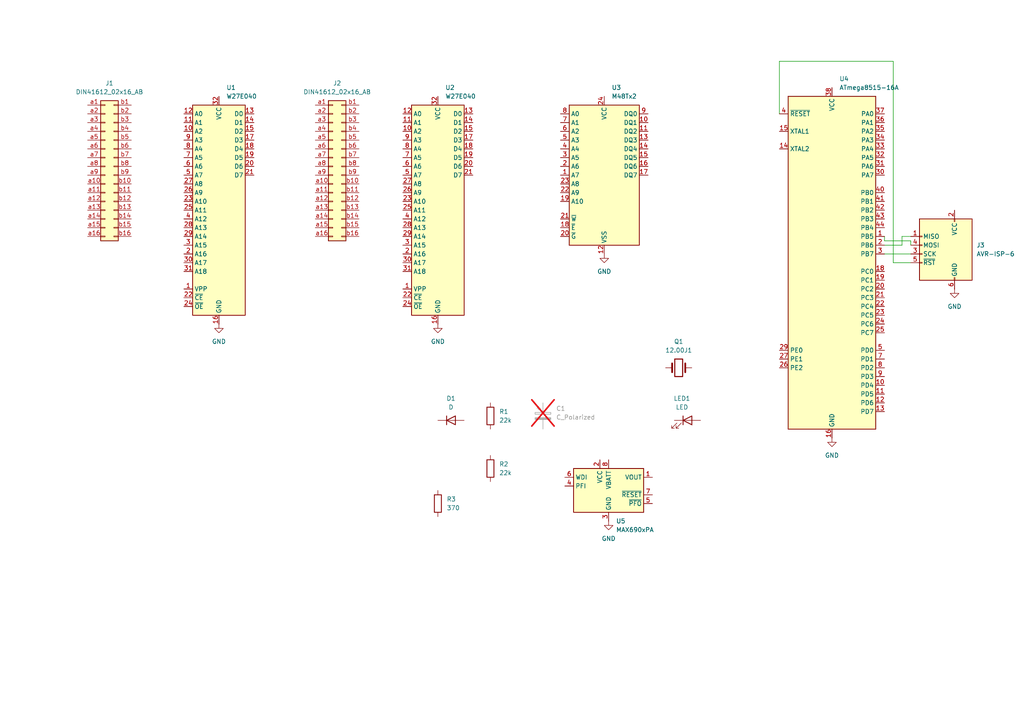
<source format=kicad_sch>
(kicad_sch (version 20250114) (generator "eeschema") (generator_version "9.0")
  (paper "A4")
  (lib_symbols
    (symbol "Connector:AVR-ISP-6" (pin_names (offset 1.016))
      (property "Reference" "J" (at -6.35 11.43 0))
      (property "Value" "AVR-ISP-6" (at 0 11.43 0))
      (symbol "AVR-ISP-6_0_1"
        (rectangle (start -2.667 10.16) (end -2.413 9.398))
        (rectangle (start -2.667 -6.858) (end -2.413 -7.62))
        (rectangle (start 7.62 10.16) (end -7.62 -7.62) (stroke (width 0.254)) (fill (type background)))
        (rectangle (start 7.62 5.207) (end 6.858 4.953))
        (rectangle (start 7.62 2.667) (end 6.858 2.413))
        (rectangle (start 7.62 0.127) (end 6.858 -0.127))
        (rectangle (start 7.62 -2.413) (end 6.858 -2.667))
      )
      (symbol "AVR-ISP-6_1_1"
        (pin passive line (at -2.54 12.7 270) (length 2.54) (name "VCC") (number "2"))
        (pin passive line (at -2.54 -10.16 90) (length 2.54) (name "GND") (number "6"))
        (pin passive line (at 10.16 5.08 180) (length 2.54) (name "MISO") (number "1"))
        (pin passive line (at 10.16 2.54 180) (length 2.54) (name "MOSI") (number "4"))
        (pin passive line (at 10.16 0 180) (length 2.54) (name "SCK") (number "3"))
        (pin passive line (at 10.16 -2.54 180) (length 2.54) (name "~{RST}") (number "5"))
      )
    )
    (symbol "Connector:DIN41612_02x16_AB" (pin_names (offset 1.016) (hide yes))
      (property "Reference" "J" (at 1.27 20.32 0))
      (property "Value" "DIN41612_02x16_AB" (at 1.27 -22.86 0))
      (symbol "DIN41612_02x16_AB_1_1"
        (rectangle (start -1.27 19.05) (end 3.81 -21.59) (stroke (width 0.254)) (fill (type background)))
        (rectangle (start -1.27 17.907) (end 0 17.653) (stroke (width 0.1524)))
        (rectangle (start -1.27 15.367) (end 0 15.113) (stroke (width 0.1524)))
        (rectangle (start -1.27 12.827) (end 0 12.573) (stroke (width 0.1524)))
        (rectangle (start -1.27 10.287) (end 0 10.033) (stroke (width 0.1524)))
        (rectangle (start -1.27 7.747) (end 0 7.493) (stroke (width 0.1524)))
        (rectangle (start -1.27 5.207) (end 0 4.953) (stroke (width 0.1524)))
        (rectangle (start -1.27 2.667) (end 0 2.413) (stroke (width 0.1524)))
        (rectangle (start -1.27 0.127) (end 0 -0.127) (stroke (width 0.1524)))
        (rectangle (start -1.27 -2.413) (end 0 -2.667) (stroke (width 0.1524)))
        (rectangle (start -1.27 -4.953) (end 0 -5.207) (stroke (width 0.1524)))
        (rectangle (start -1.27 -7.493) (end 0 -7.747) (stroke (width 0.1524)))
        (rectangle (start -1.27 -10.033) (end 0 -10.287) (stroke (width 0.1524)))
        (rectangle (start -1.27 -12.573) (end 0 -12.827) (stroke (width 0.1524)))
        (rectangle (start -1.27 -15.113) (end 0 -15.367) (stroke (width 0.1524)))
        (rectangle (start -1.27 -17.653) (end 0 -17.907) (stroke (width 0.1524)))
        (rectangle (start -1.27 -20.193) (end 0 -20.447) (stroke (width 0.1524)))
        (rectangle (start 3.81 17.907) (end 2.54 17.653) (stroke (width 0.1524)))
        (rectangle (start 3.81 15.367) (end 2.54 15.113) (stroke (width 0.1524)))
        (rectangle (start 3.81 12.827) (end 2.54 12.573) (stroke (width 0.1524)))
        (rectangle (start 3.81 10.287) (end 2.54 10.033) (stroke (width 0.1524)))
        (rectangle (start 3.81 7.747) (end 2.54 7.493) (stroke (width 0.1524)))
        (rectangle (start 3.81 5.207) (end 2.54 4.953) (stroke (width 0.1524)))
        (rectangle (start 3.81 2.667) (end 2.54 2.413) (stroke (width 0.1524)))
        (rectangle (start 3.81 0.127) (end 2.54 -0.127) (stroke (width 0.1524)))
        (rectangle (start 3.81 -2.413) (end 2.54 -2.667) (stroke (width 0.1524)))
        (rectangle (start 3.81 -4.953) (end 2.54 -5.207) (stroke (width 0.1524)))
        (rectangle (start 3.81 -7.493) (end 2.54 -7.747) (stroke (width 0.1524)))
        (rectangle (start 3.81 -10.033) (end 2.54 -10.287) (stroke (width 0.1524)))
        (rectangle (start 3.81 -12.573) (end 2.54 -12.827) (stroke (width 0.1524)))
        (rectangle (start 3.81 -15.113) (end 2.54 -15.367) (stroke (width 0.1524)))
        (rectangle (start 3.81 -17.653) (end 2.54 -17.907) (stroke (width 0.1524)))
        (rectangle (start 3.81 -20.193) (end 2.54 -20.447) (stroke (width 0.1524)))
        (pin passive line (at -5.08 17.78 0) (length 3.81) (name "Pin_a1") (number "a1"))
        (pin passive line (at -5.08 15.24 0) (length 3.81) (name "Pin_a2") (number "a2"))
        (pin passive line (at -5.08 12.7 0) (length 3.81) (name "Pin_a3") (number "a3"))
        (pin passive line (at -5.08 10.16 0) (length 3.81) (name "Pin_a4") (number "a4"))
        (pin passive line (at -5.08 7.62 0) (length 3.81) (name "Pin_a5") (number "a5"))
        (pin passive line (at -5.08 5.08 0) (length 3.81) (name "Pin_a6") (number "a6"))
        (pin passive line (at -5.08 2.54 0) (length 3.81) (name "Pin_a7") (number "a7"))
        (pin passive line (at -5.08 0 0) (length 3.81) (name "Pin_a8") (number "a8"))
        (pin passive line (at -5.08 -2.54 0) (length 3.81) (name "Pin_a9") (number "a9"))
        (pin passive line (at -5.08 -5.08 0) (length 3.81) (name "Pin_a10") (number "a10"))
        (pin passive line (at -5.08 -7.62 0) (length 3.81) (name "Pin_a11") (number "a11"))
        (pin passive line (at -5.08 -10.16 0) (length 3.81) (name "Pin_a12") (number "a12"))
        (pin passive line (at -5.08 -12.7 0) (length 3.81) (name "Pin_a13") (number "a13"))
        (pin passive line (at -5.08 -15.24 0) (length 3.81) (name "Pin_a14") (number "a14"))
        (pin passive line (at -5.08 -17.78 0) (length 3.81) (name "Pin_a15") (number "a15"))
        (pin passive line (at -5.08 -20.32 0) (length 3.81) (name "Pin_a16") (number "a16"))
        (pin passive line (at 7.62 17.78 180) (length 3.81) (name "Pin_b1") (number "b1"))
        (pin passive line (at 7.62 15.24 180) (length 3.81) (name "Pin_b2") (number "b2"))
        (pin passive line (at 7.62 12.7 180) (length 3.81) (name "Pin_b3") (number "b3"))
        (pin passive line (at 7.62 10.16 180) (length 3.81) (name "Pin_b4") (number "b4"))
        (pin passive line (at 7.62 7.62 180) (length 3.81) (name "Pin_b5") (number "b5"))
        (pin passive line (at 7.62 5.08 180) (length 3.81) (name "Pin_b6") (number "b6"))
        (pin passive line (at 7.62 2.54 180) (length 3.81) (name "Pin_b7") (number "b7"))
        (pin passive line (at 7.62 0 180) (length 3.81) (name "Pin_b8") (number "b8"))
        (pin passive line (at 7.62 -2.54 180) (length 3.81) (name "Pin_b9") (number "b9"))
        (pin passive line (at 7.62 -5.08 180) (length 3.81) (name "Pin_b10") (number "b10"))
        (pin passive line (at 7.62 -7.62 180) (length 3.81) (name "Pin_b11") (number "b11"))
        (pin passive line (at 7.62 -10.16 180) (length 3.81) (name "Pin_b12") (number "b12"))
        (pin passive line (at 7.62 -12.7 180) (length 3.81) (name "Pin_b13") (number "b13"))
        (pin passive line (at 7.62 -15.24 180) (length 3.81) (name "Pin_b14") (number "b14"))
        (pin passive line (at 7.62 -17.78 180) (length 3.81) (name "Pin_b15") (number "b15"))
        (pin passive line (at 7.62 -20.32 180) (length 3.81) (name "Pin_b16") (number "b16"))
      )
    )
    (symbol "Device:C_Polarized" (pin_numbers (hide yes)) (pin_names (offset 0.254))
      (property "Reference" "C" (at 0.635 2.54 0))
      (property "Value" "C_Polarized" (at 0.635 -2.54 0))
      (symbol "C_Polarized_0_1"
        (rectangle (start -2.286 0.508) (end 2.286 1.016))
        (polyline (pts (xy -1.778 2.286) (xy -0.762 2.286)))
        (polyline (pts (xy -1.27 2.794) (xy -1.27 1.778)))
        (rectangle (start 2.286 -0.508) (end -2.286 -1.016) (fill (type outline)))
      )
      (symbol "C_Polarized_1_1"
        (pin passive line (at 0 3.81 270) (length 2.794) (name "~") (number "1"))
        (pin passive line (at 0 -3.81 90) (length 2.794) (name "~") (number "2"))
      )
    )
    (symbol "Device:Crystal" (pin_numbers (hide yes)) (pin_names (offset 1.016) (hide yes))
      (property "Reference" "Y" (at 0 3.81 0))
      (property "Value" "Crystal" (at 0 -3.81 0))
      (symbol "Crystal_0_1"
        (polyline (pts (xy -2.54 0) (xy -1.905 0)))
        (polyline (pts (xy -1.905 -1.27) (xy -1.905 1.27)) (stroke (width 0.508)))
        (rectangle (start -1.143 2.54) (end 1.143 -2.54) (stroke (width 0.3048)))
        (polyline (pts (xy 1.905 -1.27) (xy 1.905 1.27)) (stroke (width 0.508)))
        (polyline (pts (xy 2.54 0) (xy 1.905 0)))
      )
      (symbol "Crystal_1_1"
        (pin passive line (at -3.81 0 0) (length 1.27) (name "1") (number "1"))
        (pin passive line (at 3.81 0 180) (length 1.27) (name "2") (number "2"))
      )
    )
    (symbol "Device:D" (pin_numbers (hide yes)) (pin_names (offset 1.016) (hide yes))
      (property "Reference" "D" (at 0 2.54 0))
      (property "Value" "D" (at 0 -2.54 0))
      (symbol "D_0_1"
        (polyline (pts (xy -1.27 1.27) (xy -1.27 -1.27)) (stroke (width 0.254)))
        (polyline (pts (xy 1.27 1.27) (xy 1.27 -1.27) (xy -1.27 0) (xy 1.27 1.27)) (stroke (width 0.254)))
        (polyline (pts (xy 1.27 0) (xy -1.27 0)))
      )
      (symbol "D_1_1"
        (pin passive line (at -3.81 0 0) (length 2.54) (name "K") (number "1"))
        (pin passive line (at 3.81 0 180) (length 2.54) (name "A") (number "2"))
      )
    )
    (symbol "Device:LED" (pin_numbers (hide yes)) (pin_names (offset 1.016) (hide yes))
      (property "Reference" "D" (at 0 2.54 0))
      (property "Value" "LED" (at 0 -2.54 0))
      (symbol "LED_0_1"
        (polyline (pts (xy -3.048 -0.762) (xy -4.572 -2.286) (xy -3.81 -2.286) (xy -4.572 -2.286) (xy -4.572 -1.524)))
        (polyline (pts (xy -1.778 -0.762) (xy -3.302 -2.286) (xy -2.54 -2.286) (xy -3.302 -2.286) (xy -3.302 -1.524)))
        (polyline (pts (xy -1.27 0) (xy 1.27 0)))
        (polyline (pts (xy -1.27 -1.27) (xy -1.27 1.27)) (stroke (width 0.254)))
        (polyline (pts (xy 1.27 -1.27) (xy 1.27 1.27) (xy -1.27 0) (xy 1.27 -1.27)) (stroke (width 0.254)))
      )
      (symbol "LED_1_1"
        (pin passive line (at -3.81 0 0) (length 2.54) (name "K") (number "1"))
        (pin passive line (at 3.81 0 180) (length 2.54) (name "A") (number "2"))
      )
    )
    (symbol "Device:R" (pin_numbers (hide yes)) (pin_names (offset 0))
      (property "Reference" "R" (at 2.032 0 90))
      (property "Value" "R" (at 0 0 90))
      (symbol "R_0_1"
        (rectangle (start -1.016 -2.54) (end 1.016 2.54) (stroke (width 0.254)))
      )
      (symbol "R_1_1"
        (pin passive line (at 0 3.81 270) (length 1.27) (name "~") (number "1"))
        (pin passive line (at 0 -3.81 90) (length 1.27) (name "~") (number "2"))
      )
    )
    (symbol "MCU_Microchip_ATmega:ATmega8515-16A"
      (property "Reference" "U" (at -12.7 49.53 0))
      (property "Value" "ATmega8515-16A" (at 2.54 -49.53 0))
      (symbol "ATmega8515-16A_0_1"
        (rectangle (start -12.7 -48.26) (end 12.7 48.26) (stroke (width 0.254)) (fill (type background)))
      )
      (symbol "ATmega8515-16A_1_1"
        (pin input line (at -15.24 43.18 0) (length 2.54) (name "~{RESET}") (number "4"))
        (pin input line (at -15.24 38.1 0) (length 2.54) (name "XTAL1") (number "15"))
        (pin output line (at -15.24 33.02 0) (length 2.54) (name "XTAL2") (number "14"))
        (pin bidirectional line (at -15.24 -25.4 0) (length 2.54) (name "PE0") (number "29"))
        (pin bidirectional line (at -15.24 -27.94 0) (length 2.54) (name "PE1") (number "27"))
        (pin bidirectional line (at -15.24 -30.48 0) (length 2.54) (name "PE2") (number "26"))
        (pin no_connect line (at -12.7 -38.1 0) (length 2.54) (hide yes) (name "NC") (number "6"))
        (pin no_connect line (at -12.7 -40.64 0) (length 2.54) (hide yes) (name "NC") (number "17"))
        (pin no_connect line (at -12.7 -43.18 0) (length 2.54) (hide yes) (name "NC") (number "28"))
        (pin no_connect line (at -12.7 -45.72 0) (length 2.54) (hide yes) (name "NC") (number "39"))
        (pin power_in line (at 0 50.8 270) (length 2.54) (name "VCC") (number "38"))
        (pin power_in line (at 0 -50.8 90) (length 2.54) (name "GND") (number "16"))
        (pin bidirectional line (at 15.24 43.18 180) (length 2.54) (name "PA0") (number "37"))
        (pin bidirectional line (at 15.24 40.64 180) (length 2.54) (name "PA1") (number "36"))
        (pin bidirectional line (at 15.24 38.1 180) (length 2.54) (name "PA2") (number "35"))
        (pin bidirectional line (at 15.24 35.56 180) (length 2.54) (name "PA3") (number "34"))
        (pin bidirectional line (at 15.24 33.02 180) (length 2.54) (name "PA4") (number "33"))
        (pin bidirectional line (at 15.24 30.48 180) (length 2.54) (name "PA5") (number "32"))
        (pin bidirectional line (at 15.24 27.94 180) (length 2.54) (name "PA6") (number "31"))
        (pin bidirectional line (at 15.24 25.4 180) (length 2.54) (name "PA7") (number "30"))
        (pin bidirectional line (at 15.24 20.32 180) (length 2.54) (name "PB0") (number "40"))
        (pin bidirectional line (at 15.24 17.78 180) (length 2.54) (name "PB1") (number "41"))
        (pin bidirectional line (at 15.24 15.24 180) (length 2.54) (name "PB2") (number "42"))
        (pin bidirectional line (at 15.24 12.7 180) (length 2.54) (name "PB3") (number "43"))
        (pin bidirectional line (at 15.24 10.16 180) (length 2.54) (name "PB4") (number "44"))
        (pin bidirectional line (at 15.24 7.62 180) (length 2.54) (name "PB5") (number "1"))
        (pin bidirectional line (at 15.24 5.08 180) (length 2.54) (name "PB6") (number "2"))
        (pin bidirectional line (at 15.24 2.54 180) (length 2.54) (name "PB7") (number "3"))
        (pin bidirectional line (at 15.24 -2.54 180) (length 2.54) (name "PC0") (number "18"))
        (pin bidirectional line (at 15.24 -5.08 180) (length 2.54) (name "PC1") (number "19"))
        (pin bidirectional line (at 15.24 -7.62 180) (length 2.54) (name "PC2") (number "20"))
        (pin bidirectional line (at 15.24 -10.16 180) (length 2.54) (name "PC3") (number "21"))
        (pin bidirectional line (at 15.24 -12.7 180) (length 2.54) (name "PC4") (number "22"))
        (pin bidirectional line (at 15.24 -15.24 180) (length 2.54) (name "PC5") (number "23"))
        (pin bidirectional line (at 15.24 -17.78 180) (length 2.54) (name "PC6") (number "24"))
        (pin bidirectional line (at 15.24 -20.32 180) (length 2.54) (name "PC7") (number "25"))
        (pin bidirectional line (at 15.24 -25.4 180) (length 2.54) (name "PD0") (number "5"))
        (pin bidirectional line (at 15.24 -27.94 180) (length 2.54) (name "PD1") (number "7"))
        (pin bidirectional line (at 15.24 -30.48 180) (length 2.54) (name "PD2") (number "8"))
        (pin bidirectional line (at 15.24 -33.02 180) (length 2.54) (name "PD3") (number "9"))
        (pin bidirectional line (at 15.24 -35.56 180) (length 2.54) (name "PD4") (number "10"))
        (pin bidirectional line (at 15.24 -38.1 180) (length 2.54) (name "PD5") (number "11"))
        (pin bidirectional line (at 15.24 -40.64 180) (length 2.54) (name "PD6") (number "12"))
        (pin bidirectional line (at 15.24 -43.18 180) (length 2.54) (name "PD7") (number "13"))
      )
    )
    (symbol "Memory_EPROM:27C040"
      (property "Reference" "U" (at -7.62 31.75 0))
      (property "Value" "27C040" (at 2.54 -31.75 0))
      (symbol "27C040_1_1"
        (rectangle (start -7.62 30.48) (end 7.62 -30.48) (stroke (width 0.254)) (fill (type background)))
        (pin input line (at -10.16 27.94 0) (length 2.54) (name "A0") (number "12"))
        (pin input line (at -10.16 25.4 0) (length 2.54) (name "A1") (number "11"))
        (pin input line (at -10.16 22.86 0) (length 2.54) (name "A2") (number "10"))
        (pin input line (at -10.16 20.32 0) (length 2.54) (name "A3") (number "9"))
        (pin input line (at -10.16 17.78 0) (length 2.54) (name "A4") (number "8"))
        (pin input line (at -10.16 15.24 0) (length 2.54) (name "A5") (number "7"))
        (pin input line (at -10.16 12.7 0) (length 2.54) (name "A6") (number "6"))
        (pin input line (at -10.16 10.16 0) (length 2.54) (name "A7") (number "5"))
        (pin input line (at -10.16 7.62 0) (length 2.54) (name "A8") (number "27"))
        (pin input line (at -10.16 5.08 0) (length 2.54) (name "A9") (number "26"))
        (pin input line (at -10.16 2.54 0) (length 2.54) (name "A10") (number "23"))
        (pin input line (at -10.16 0 0) (length 2.54) (name "A11") (number "25"))
        (pin input line (at -10.16 -2.54 0) (length 2.54) (name "A12") (number "4"))
        (pin input line (at -10.16 -5.08 0) (length 2.54) (name "A13") (number "28"))
        (pin input line (at -10.16 -7.62 0) (length 2.54) (name "A14") (number "29"))
        (pin input line (at -10.16 -10.16 0) (length 2.54) (name "A15") (number "3"))
        (pin input line (at -10.16 -12.7 0) (length 2.54) (name "A16") (number "2"))
        (pin input line (at -10.16 -15.24 0) (length 2.54) (name "A17") (number "30"))
        (pin input line (at -10.16 -17.78 0) (length 2.54) (name "A18") (number "31"))
        (pin input line (at -10.16 -22.86 0) (length 2.54) (name "VPP") (number "1"))
        (pin input line (at -10.16 -25.4 0) (length 2.54) (name "~{CE}") (number "22"))
        (pin input line (at -10.16 -27.94 0) (length 2.54) (name "~{OE}") (number "24"))
        (pin power_in line (at 0 33.02 270) (length 2.54) (name "VCC") (number "32"))
        (pin power_in line (at 0 -33.02 90) (length 2.54) (name "GND") (number "16"))
        (pin tri_state line (at 10.16 27.94 180) (length 2.54) (name "D0") (number "13"))
        (pin tri_state line (at 10.16 25.4 180) (length 2.54) (name "D1") (number "14"))
        (pin tri_state line (at 10.16 22.86 180) (length 2.54) (name "D2") (number "15"))
        (pin tri_state line (at 10.16 20.32 180) (length 2.54) (name "D3") (number "17"))
        (pin tri_state line (at 10.16 17.78 180) (length 2.54) (name "D4") (number "18"))
        (pin tri_state line (at 10.16 15.24 180) (length 2.54) (name "D5") (number "19"))
        (pin tri_state line (at 10.16 12.7 180) (length 2.54) (name "D6") (number "20"))
        (pin tri_state line (at 10.16 10.16 180) (length 2.54) (name "D7") (number "21"))
      )
    )
    (symbol "Memory_RAM:M48Tx2"
      (property "Reference" "U" (at 0 0.254 0))
      (property "Value" "M48Tx2" (at 0 0.254 0))
      (symbol "M48Tx2_1_1"
        (rectangle (start -10.16 20.32) (end 10.16 -20.32) (stroke (width 0.254)) (fill (type background)))
        (pin input line (at -12.7 17.78 0) (length 2.54) (name "A0") (number "8"))
        (pin input line (at -12.7 15.24 0) (length 2.54) (name "A1") (number "7"))
        (pin input line (at -12.7 12.7 0) (length 2.54) (name "A2") (number "6"))
        (pin input line (at -12.7 10.16 0) (length 2.54) (name "A3") (number "5"))
        (pin input line (at -12.7 7.62 0) (length 2.54) (name "A4") (number "4"))
        (pin input line (at -12.7 5.08 0) (length 2.54) (name "A5") (number "3"))
        (pin input line (at -12.7 2.54 0) (length 2.54) (name "A6") (number "2"))
        (pin input line (at -12.7 0 0) (length 2.54) (name "A7") (number "1"))
        (pin input line (at -12.7 -2.54 0) (length 2.54) (name "A8") (number "23"))
        (pin input line (at -12.7 -5.08 0) (length 2.54) (name "A9") (number "22"))
        (pin input line (at -12.7 -7.62 0) (length 2.54) (name "A10") (number "19"))
        (pin input line (at -12.7 -12.7 0) (length 2.54) (name "~{W}") (number "21"))
        (pin input line (at -12.7 -15.24 0) (length 2.54) (name "~{E}") (number "18"))
        (pin input line (at -12.7 -17.78 0) (length 2.54) (name "~{G}") (number "20"))
        (pin power_in line (at 0 22.86 270) (length 2.54) (name "VCC") (number "24"))
        (pin power_in line (at 0 -22.86 90) (length 2.54) (name "VSS") (number "12"))
        (pin bidirectional line (at 12.7 17.78 180) (length 2.54) (name "DQ0") (number "9"))
        (pin bidirectional line (at 12.7 15.24 180) (length 2.54) (name "DQ1") (number "10"))
        (pin bidirectional line (at 12.7 12.7 180) (length 2.54) (name "DQ2") (number "11"))
        (pin bidirectional line (at 12.7 10.16 180) (length 2.54) (name "DQ3") (number "13"))
        (pin bidirectional line (at 12.7 7.62 180) (length 2.54) (name "DQ4") (number "14"))
        (pin bidirectional line (at 12.7 5.08 180) (length 2.54) (name "DQ5") (number "15"))
        (pin bidirectional line (at 12.7 2.54 180) (length 2.54) (name "DQ6") (number "16"))
        (pin bidirectional line (at 12.7 0 180) (length 2.54) (name "DQ7") (number "17"))
      )
    )
    (symbol "Power_Supervisor:MAX690xPA"
      (property "Reference" "U" (at -9.144 9.144 0))
      (property "Value" "MAX690xPA" (at 2.032 9.144 0))
      (symbol "MAX690xPA_0_1"
        (rectangle (start -10.16 7.62) (end 10.16 -5.08) (stroke (width 0.254)) (fill (type background)))
      )
      (symbol "MAX690xPA_1_1"
        (pin input line (at -12.7 5.08 0) (length 2.54) (name "WDI") (number "6"))
        (pin input line (at -12.7 2.54 0) (length 2.54) (name "PFI") (number "4"))
        (pin power_in line (at -2.54 10.16 270) (length 2.54) (name "VCC") (number "2"))
        (pin power_in line (at 0 10.16 270) (length 2.54) (name "VBATT") (number "8"))
        (pin power_in line (at 0 -7.62 90) (length 2.54) (name "GND") (number "3"))
        (pin power_out line (at 12.7 5.08 180) (length 2.54) (name "VOUT") (number "1"))
        (pin output line (at 12.7 0 180) (length 2.54) (name "~{RESET}") (number "7"))
        (pin output line (at 12.7 -2.54 180) (length 2.54) (name "~{PFO}") (number "5"))
      )
    )
    (symbol "power:GND" (power) (pin_numbers (hide yes)) (pin_names (offset 0) (hide yes))
      (property "Value" "GND" (at 0 -3.81 0))
      (symbol "GND_0_1"
        (polyline (pts (xy 0 0) (xy 0 -1.27) (xy 1.27 -1.27) (xy 0 -2.54) (xy -1.27 -1.27) (xy 0 -1.27)))
      )
      (symbol "GND_1_1"
        (pin power_in line (at 0 0 270) (length 0) (name "~") (number "1"))
      )
    )
  )
  (wire (pts (xy 259.08 76.2) (xy 264.16 76.2)))
  (wire (pts (xy 264.16 71.12) (xy 264.16 69.85)))
  (wire (pts (xy 226.06 17.78) (xy 259.08 17.78)))
  (wire (pts (xy 256.54 73.66) (xy 264.16 73.66)))
  (wire (pts (xy 261.62 68.58) (xy 264.16 68.58)))
  (wire (pts (xy 264.16 69.85) (xy 256.54 69.85)))
  (wire (pts (xy 261.62 71.12) (xy 261.62 68.58)))
  (wire (pts (xy 226.06 33.02) (xy 226.06 17.78)))
  (wire (pts (xy 259.08 17.78) (xy 259.08 76.2)))
  (wire (pts (xy 256.54 71.12) (xy 261.62 71.12)))
  (wire (pts (xy 256.54 69.85) (xy 256.54 68.58)))
  (symbol (lib_id "Device:D") (at 130.81 121.92 0) (unit 1)
    (property "Reference" "D1" (at 130.81 115.57 0))
    (property "Value" "D" (at 130.81 118.11 0))
    (property "Footprint" "Diode_THT:D_A-405_P10.16mm_Horizontal" (effects (hide yes)))
    (property "Description" "Diode" (effects (hide yes)))
    (property "Sim.Device" "D" (effects (hide yes)))
    (property "Sim.Pins" "1=K 2=A" (effects (hide yes)))
  )
  (symbol (lib_id "power:GND") (at 176.53 151.13 0) (unit 1)
    (property "Reference" "#PWR04" (effects (hide yes)))
    (property "Value" "GND" (at 176.53 156.21 0))
    (property "Description" "Power symbol creates a global label with name \"GND\" , ground" (effects (hide yes)))
  )
  (symbol (lib_id "power:GND") (at 276.86 83.82 0) (unit 1)
    (property "Reference" "#PWR06" (effects (hide yes)))
    (property "Value" "GND" (at 276.86 88.9 0))
    (property "Description" "Power symbol creates a global label with name \"GND\" , ground" (effects (hide yes)))
  )
  (symbol (lib_id "Device:R") (at 127 146.05 0) (unit 1)
    (property "Reference" "R3" (at 129.54 144.7799 0) (effects (justify left)))
    (property "Value" "370" (at 129.54 147.3199 0) (effects (justify left)))
    (property "Footprint" "Resistor_THT:R_Axial_DIN0207_L6.3mm_D2.5mm_P10.16mm_Horizontal" (effects (hide yes)))
    (property "Description" "Resistor" (effects (hide yes)))
  )
  (symbol (lib_id "MCU_Microchip_ATmega:ATmega8515-16A") (at 241.3 76.2 0) (unit 1)
    (property "Reference" "U4" (at 243.4433 22.86 0) (effects (justify left)))
    (property "Value" "ATmega8515-16A" (at 243.4433 25.4 0) (effects (justify left)))
    (property "Footprint" "Package_QFP:TQFP-44_10x10mm_P0.8mm" (effects (hide yes)))
    (property "Datasheet" "http://ww1.microchip.com/downloads/en/DeviceDoc/doc2512.pdf" (effects (hide yes)))
    (property "Description" "16MHz, 8kB Flash, 512B SRAM, 512B EEPROM, TQFP-44" (effects (hide yes)))
  )
  (symbol (lib_id "Power_Supervisor:MAX690xPA") (at 176.53 143.51 0) (unit 1)
    (property "Reference" "U5" (at 178.6733 151.13 0) (effects (justify left)))
    (property "Value" "MAX690xPA" (at 178.6733 153.67 0) (effects (justify left)))
    (property "Footprint" "Package_DIP:DIP-8_W7.62mm" (effects (hide yes)))
    (property "Datasheet" "https://www.analog.com/media/en/technical-documentation/data-sheets/max690-max695.pdf" (effects (hide yes)))
    (property "Description" "Microprocessor Supervisory Circuit, Battery-Backup Power Switching, Power-Fail Comparator, VCC 4.75...5.5V, VBATT 2.0...4.25V, Reset Voltage Threshold 4.65V, Reset Timeout Delay 50ms, Watchdog Timeout 1.6s, DIP-8" (effects (hide yes)))
  )
  (symbol (lib_id "Device:LED") (at 199.39 121.92 0) (unit 1)
    (property "Reference" "LED1" (at 197.8025 115.57 0))
    (property "Value" "LED" (at 197.8025 118.11 0))
    (property "Footprint" "LED_THT:LED_D5.0mm_Horizontal_O1.27mm_Z3.0mm" (effects (hide yes)))
    (property "Description" "Light emitting diode" (effects (hide yes)))
    (property "Sim.Pins" "1=K 2=A" (effects (hide yes)))
  )
  (symbol (lib_id "Device:R") (at 142.24 120.65 0) (unit 1)
    (property "Reference" "R1" (at 144.78 119.3799 0) (effects (justify left)))
    (property "Value" "22k" (at 144.78 121.9199 0) (effects (justify left)))
    (property "Footprint" "Resistor_THT:R_Axial_DIN0207_L6.3mm_D2.5mm_P10.16mm_Horizontal" (effects (hide yes)))
    (property "Description" "Resistor" (effects (hide yes)))
  )
  (symbol (lib_id "power:GND") (at 63.5 93.98 0) (unit 1)
    (property "Reference" "#PWR01" (effects (hide yes)))
    (property "Value" "GND" (at 63.5 99.06 0))
    (property "Description" "Power symbol creates a global label with name \"GND\" , ground" (effects (hide yes)))
  )
  (symbol (lib_id "Memory_EPROM:27C040") (at 127 60.96 0) (unit 1)
    (property "Reference" "U2" (at 129.1433 25.4 0) (effects (justify left)))
    (property "Value" "W27E040" (at 129.1433 27.94 0) (effects (justify left)))
    (property "Footprint" "Package_DIP:DIP-32_W15.24mm_Socket" (effects (hide yes)))
    (property "Datasheet" "http://ww1.microchip.com/downloads/en/devicedoc/doc0189.pdf" (effects (hide yes)))
    (property "Description" "OTP EPROM 4 MiBit (512 Ki x 8)" (effects (hide yes)))
  )
  (symbol (lib_id "power:GND") (at 175.26 73.66 0) (unit 1)
    (property "Reference" "#PWR03" (effects (hide yes)))
    (property "Value" "GND" (at 175.26 78.74 0))
    (property "Description" "Power symbol creates a global label with name \"GND\" , ground" (effects (hide yes)))
  )
  (symbol (lib_id "power:GND") (at 241.3 127 0) (unit 1)
    (property "Reference" "#PWR05" (effects (hide yes)))
    (property "Value" "GND" (at 241.3 132.08 0))
    (property "Description" "Power symbol creates a global label with name \"GND\" , ground" (effects (hide yes)))
  )
  (symbol (lib_id "Connector:DIN41612_02x16_AB") (at 30.48 48.26 0) (unit 1)
    (property "Reference" "J1" (at 31.75 24.13 0))
    (property "Value" "DIN41612_02x16_AB" (at 31.75 26.67 0))
    (property "Footprint" "Connector_DIN:DIN41612_Q2_2x16_Male_Vertical_THT" (effects (hide yes)))
    (property "Description" "DIN41612 connector, double row (AB), 02x16, script generated (kicad-library-utils/schlib/autogen/connector/)" (effects (hide yes)))
  )
  (symbol (lib_id "Device:Crystal") (at 196.85 106.68 0) (unit 1)
    (property "Reference" "Q1" (at 196.85 99.06 0))
    (property "Value" "12.00J1" (at 196.85 101.6 0))
    (property "Footprint" "Crystal:Crystal_HC18-U_Vertical" (effects (hide yes)))
    (property "Description" "Two pin crystal" (effects (hide yes)))
  )
  (symbol (lib_id "Device:C_Polarized") (at 157.48 120.65 0) (unit 1) (dnp yes)
    (property "Reference" "C1" (at 161.29 118.4909 0) (effects (justify left)))
    (property "Value" "C_Polarized" (at 161.29 121.0309 0) (effects (justify left)))
    (property "Footprint" "Capacitor_THT:CP_Radial_D8.0mm_P5.00mm" (effects (hide yes)))
    (property "Description" "Polarized capacitor" (effects (hide yes)))
  )
  (symbol (lib_id "power:GND") (at 127 93.98 0) (unit 1)
    (property "Reference" "#PWR02" (effects (hide yes)))
    (property "Value" "GND" (at 127 99.06 0))
    (property "Description" "Power symbol creates a global label with name \"GND\" , ground" (effects (hide yes)))
  )
  (symbol (lib_id "Connector:DIN41612_02x16_AB") (at 96.52 48.26 0) (unit 1)
    (property "Reference" "J2" (at 97.79 24.13 0))
    (property "Value" "DIN41612_02x16_AB" (at 97.79 26.67 0))
    (property "Footprint" "Connector_DIN:DIN41612_Q2_2x16_Male_Vertical_THT" (effects (hide yes)))
    (property "Description" "DIN41612 connector, double row (AB), 02x16, script generated (kicad-library-utils/schlib/autogen/connector/)" (effects (hide yes)))
  )
  (symbol (lib_id "Device:R") (at 142.24 135.89 0) (unit 1)
    (property "Reference" "R2" (at 144.78 134.6199 0) (effects (justify left)))
    (property "Value" "22k" (at 144.78 137.1599 0) (effects (justify left)))
    (property "Footprint" "Resistor_THT:R_Axial_DIN0207_L6.3mm_D2.5mm_P10.16mm_Horizontal" (effects (hide yes)))
    (property "Description" "Resistor" (effects (hide yes)))
  )
  (symbol (lib_id "Connector:AVR-ISP-6") (at 274.32 73.66 0) (mirror y) (unit 1)
    (property "Reference" "J3" (at 283.21 71.1199 0) (effects (justify right)))
    (property "Value" "AVR-ISP-6" (at 283.21 73.6599 0) (effects (justify right)))
    (property "Footprint" "Connector_IDC:IDC-Header_2x03_P2.54mm_Vertical" (effects (hide yes)))
    (property "Description" "Atmel 6-pin ISP connector" (effects (hide yes)))
  )
  (symbol (lib_id "Memory_RAM:M48Tx2") (at 175.26 50.8 0) (unit 1)
    (property "Reference" "U3" (at 177.4033 25.4 0) (effects (justify left)))
    (property "Value" "M48Tx2" (at 177.4033 27.94 0) (effects (justify left)))
    (property "Footprint" "Package_DIP:DIP-24_18.0mmx34.29mm_W15.24mm" (effects (hide yes)))
    (property "Datasheet" "https://www.mouser.at/datasheet/2/389/m48t02-1849963.pdf" (effects (hide yes)))
    (property "Description" "5.0 V, 16 Kbit (2 Kb x 8) TIMEKEEPER® SRAM, DIP-24" (effects (hide yes)))
  )
  (symbol (lib_id "Memory_EPROM:27C040") (at 63.5 60.96 0) (unit 1)
    (property "Reference" "U1" (at 65.6433 25.4 0) (effects (justify left)))
    (property "Value" "W27E040" (at 65.6433 27.94 0) (effects (justify left)))
    (property "Footprint" "Package_DIP:DIP-32_W15.24mm_Socket" (effects (hide yes)))
    (property "Datasheet" "http://ww1.microchip.com/downloads/en/devicedoc/doc0189.pdf" (effects (hide yes)))
    (property "Description" "OTP EPROM 4 MiBit (512 Ki x 8)" (effects (hide yes)))
  )
)
</source>
